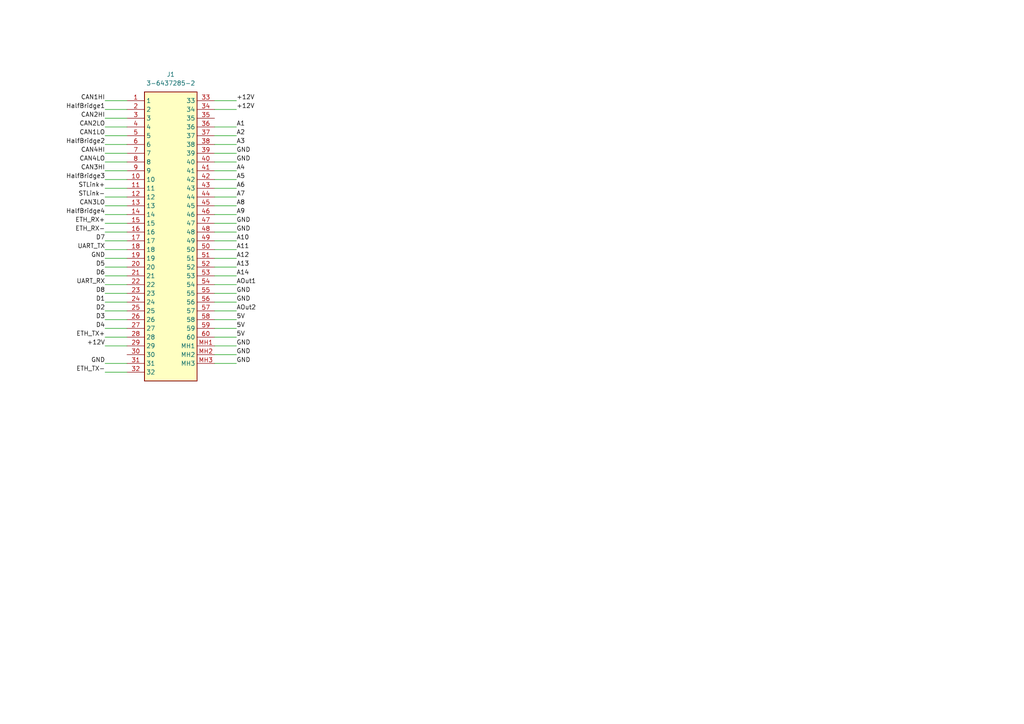
<source format=kicad_sch>
(kicad_sch (version 20250114) (generator "eeschema") (generator_version "9.0")
  (paper "A4")
  (title_block (title "Connectors"))
  (lib_symbols
    (symbol "AMPSuperseal60pin:3-6437285-2"
      (property "Reference" "J" (at 21.59 7.62 0))
      (property "Value" "3-6437285-2" (at 21.59 5.08 0))
      (symbol "3-6437285-2_1_1"
        (rectangle (start 5.08 2.54) (end 20.32 -81.28) (stroke (width 0.254)) (fill (type background)))
        (pin passive line (at 0 0 0) (length 5.08) (name "1") (number "1"))
        (pin passive line (at 0 -2.54 0) (length 5.08) (name "2") (number "2"))
        (pin passive line (at 0 -5.08 0) (length 5.08) (name "3") (number "3"))
        (pin passive line (at 0 -7.62 0) (length 5.08) (name "4") (number "4"))
        (pin passive line (at 0 -10.16 0) (length 5.08) (name "5") (number "5"))
        (pin passive line (at 0 -12.7 0) (length 5.08) (name "6") (number "6"))
        (pin passive line (at 0 -15.24 0) (length 5.08) (name "7") (number "7"))
        (pin passive line (at 0 -17.78 0) (length 5.08) (name "8") (number "8"))
        (pin passive line (at 0 -20.32 0) (length 5.08) (name "9") (number "9"))
        (pin passive line (at 0 -22.86 0) (length 5.08) (name "10") (number "10"))
        (pin passive line (at 0 -25.4 0) (length 5.08) (name "11") (number "11"))
        (pin passive line (at 0 -27.94 0) (length 5.08) (name "12") (number "12"))
        (pin passive line (at 0 -30.48 0) (length 5.08) (name "13") (number "13"))
        (pin passive line (at 0 -33.02 0) (length 5.08) (name "14") (number "14"))
        (pin passive line (at 0 -35.56 0) (length 5.08) (name "15") (number "15"))
        (pin passive line (at 0 -38.1 0) (length 5.08) (name "16") (number "16"))
        (pin passive line (at 0 -40.64 0) (length 5.08) (name "17") (number "17"))
        (pin passive line (at 0 -43.18 0) (length 5.08) (name "18") (number "18"))
        (pin passive line (at 0 -45.72 0) (length 5.08) (name "19") (number "19"))
        (pin passive line (at 0 -48.26 0) (length 5.08) (name "20") (number "20"))
        (pin passive line (at 0 -50.8 0) (length 5.08) (name "21") (number "21"))
        (pin passive line (at 0 -53.34 0) (length 5.08) (name "22") (number "22"))
        (pin passive line (at 0 -55.88 0) (length 5.08) (name "23") (number "23"))
        (pin passive line (at 0 -58.42 0) (length 5.08) (name "24") (number "24"))
        (pin passive line (at 0 -60.96 0) (length 5.08) (name "25") (number "25"))
        (pin passive line (at 0 -63.5 0) (length 5.08) (name "26") (number "26"))
        (pin passive line (at 0 -66.04 0) (length 5.08) (name "27") (number "27"))
        (pin passive line (at 0 -68.58 0) (length 5.08) (name "28") (number "28"))
        (pin passive line (at 0 -71.12 0) (length 5.08) (name "29") (number "29"))
        (pin passive line (at 0 -73.66 0) (length 5.08) (name "30") (number "30"))
        (pin passive line (at 0 -76.2 0) (length 5.08) (name "31") (number "31"))
        (pin passive line (at 0 -78.74 0) (length 5.08) (name "32") (number "32"))
        (pin passive line (at 25.4 0 180) (length 5.08) (name "33") (number "33"))
        (pin passive line (at 25.4 -2.54 180) (length 5.08) (name "34") (number "34"))
        (pin passive line (at 25.4 -5.08 180) (length 5.08) (name "35") (number "35"))
        (pin passive line (at 25.4 -7.62 180) (length 5.08) (name "36") (number "36"))
        (pin passive line (at 25.4 -10.16 180) (length 5.08) (name "37") (number "37"))
        (pin passive line (at 25.4 -12.7 180) (length 5.08) (name "38") (number "38"))
        (pin passive line (at 25.4 -15.24 180) (length 5.08) (name "39") (number "39"))
        (pin passive line (at 25.4 -17.78 180) (length 5.08) (name "40") (number "40"))
        (pin passive line (at 25.4 -20.32 180) (length 5.08) (name "41") (number "41"))
        (pin passive line (at 25.4 -22.86 180) (length 5.08) (name "42") (number "42"))
        (pin passive line (at 25.4 -25.4 180) (length 5.08) (name "43") (number "43"))
        (pin passive line (at 25.4 -27.94 180) (length 5.08) (name "44") (number "44"))
        (pin passive line (at 25.4 -30.48 180) (length 5.08) (name "45") (number "45"))
        (pin passive line (at 25.4 -33.02 180) (length 5.08) (name "46") (number "46"))
        (pin passive line (at 25.4 -35.56 180) (length 5.08) (name "47") (number "47"))
        (pin passive line (at 25.4 -38.1 180) (length 5.08) (name "48") (number "48"))
        (pin passive line (at 25.4 -40.64 180) (length 5.08) (name "49") (number "49"))
        (pin passive line (at 25.4 -43.18 180) (length 5.08) (name "50") (number "50"))
        (pin passive line (at 25.4 -45.72 180) (length 5.08) (name "51") (number "51"))
        (pin passive line (at 25.4 -48.26 180) (length 5.08) (name "52") (number "52"))
        (pin passive line (at 25.4 -50.8 180) (length 5.08) (name "53") (number "53"))
        (pin passive line (at 25.4 -53.34 180) (length 5.08) (name "54") (number "54"))
        (pin passive line (at 25.4 -55.88 180) (length 5.08) (name "55") (number "55"))
        (pin passive line (at 25.4 -58.42 180) (length 5.08) (name "56") (number "56"))
        (pin passive line (at 25.4 -60.96 180) (length 5.08) (name "57") (number "57"))
        (pin passive line (at 25.4 -63.5 180) (length 5.08) (name "58") (number "58"))
        (pin passive line (at 25.4 -66.04 180) (length 5.08) (name "59") (number "59"))
        (pin passive line (at 25.4 -68.58 180) (length 5.08) (name "60") (number "60"))
        (pin passive line (at 25.4 -71.12 180) (length 5.08) (name "MH1") (number "MH1"))
        (pin passive line (at 25.4 -73.66 180) (length 5.08) (name "MH2") (number "MH2"))
        (pin passive line (at 25.4 -76.2 180) (length 5.08) (name "MH3") (number "MH3"))
      )
    )
  )
  (wire (pts (xy 30.48 34.29) (xy 36.83 34.29)))
  (wire (pts (xy 68.58 57.15) (xy 62.23 57.15)))
  (wire (pts (xy 30.48 64.77) (xy 36.83 64.77)))
  (wire (pts (xy 30.48 107.95) (xy 36.83 107.95)))
  (wire (pts (xy 30.48 80.01) (xy 36.83 80.01)))
  (wire (pts (xy 30.48 82.55) (xy 36.83 82.55)))
  (wire (pts (xy 68.58 41.91) (xy 62.23 41.91)))
  (wire (pts (xy 30.48 52.07) (xy 36.83 52.07)))
  (wire (pts (xy 30.48 95.25) (xy 36.83 95.25)))
  (wire (pts (xy 30.48 100.33) (xy 36.83 100.33)))
  (wire (pts (xy 30.48 85.09) (xy 36.83 85.09)))
  (wire (pts (xy 30.48 74.93) (xy 36.83 74.93)))
  (wire (pts (xy 68.58 97.79) (xy 62.23 97.79)))
  (wire (pts (xy 30.48 54.61) (xy 36.83 54.61)))
  (wire (pts (xy 68.58 77.47) (xy 62.23 77.47)))
  (wire (pts (xy 68.58 72.39) (xy 62.23 72.39)))
  (wire (pts (xy 68.58 82.55) (xy 62.23 82.55)))
  (wire (pts (xy 30.48 77.47) (xy 36.83 77.47)))
  (wire (pts (xy 68.58 92.71) (xy 62.23 92.71)))
  (wire (pts (xy 30.48 39.37) (xy 36.83 39.37)))
  (wire (pts (xy 30.48 57.15) (xy 36.83 57.15)))
  (wire (pts (xy 30.48 72.39) (xy 36.83 72.39)))
  (wire (pts (xy 62.23 44.45) (xy 68.58 44.45)))
  (wire (pts (xy 62.23 29.21) (xy 68.58 29.21)))
  (wire (pts (xy 30.48 31.75) (xy 36.83 31.75)))
  (wire (pts (xy 62.23 85.09) (xy 68.58 85.09)))
  (wire (pts (xy 68.58 36.83) (xy 62.23 36.83)))
  (wire (pts (xy 30.48 36.83) (xy 36.83 36.83)))
  (wire (pts (xy 68.58 69.85) (xy 62.23 69.85)))
  (wire (pts (xy 68.58 102.87) (xy 62.23 102.87)))
  (wire (pts (xy 68.58 80.01) (xy 62.23 80.01)))
  (wire (pts (xy 30.48 105.41) (xy 36.83 105.41)))
  (wire (pts (xy 30.48 44.45) (xy 36.83 44.45)))
  (wire (pts (xy 68.58 59.69) (xy 62.23 59.69)))
  (wire (pts (xy 30.48 59.69) (xy 36.83 59.69)))
  (wire (pts (xy 68.58 74.93) (xy 62.23 74.93)))
  (wire (pts (xy 68.58 100.33) (xy 62.23 100.33)))
  (wire (pts (xy 30.48 97.79) (xy 36.83 97.79)))
  (wire (pts (xy 30.48 67.31) (xy 36.83 67.31)))
  (wire (pts (xy 30.48 87.63) (xy 36.83 87.63)))
  (wire (pts (xy 62.23 31.75) (xy 68.58 31.75)))
  (wire (pts (xy 30.48 90.17) (xy 36.83 90.17)))
  (wire (pts (xy 68.58 49.53) (xy 62.23 49.53)))
  (wire (pts (xy 30.48 62.23) (xy 36.83 62.23)))
  (wire (pts (xy 30.48 41.91) (xy 36.83 41.91)))
  (wire (pts (xy 68.58 90.17) (xy 62.23 90.17)))
  (wire (pts (xy 30.48 46.99) (xy 36.83 46.99)))
  (wire (pts (xy 62.23 87.63) (xy 68.58 87.63)))
  (wire (pts (xy 30.48 29.21) (xy 36.83 29.21)))
  (wire (pts (xy 68.58 39.37) (xy 62.23 39.37)))
  (wire (pts (xy 62.23 64.77) (xy 68.58 64.77)))
  (wire (pts (xy 30.48 69.85) (xy 36.83 69.85)))
  (wire (pts (xy 68.58 95.25) (xy 62.23 95.25)))
  (wire (pts (xy 30.48 92.71) (xy 36.83 92.71)))
  (wire (pts (xy 30.48 49.53) (xy 36.83 49.53)))
  (wire (pts (xy 68.58 52.07) (xy 62.23 52.07)))
  (wire (pts (xy 68.58 105.41) (xy 62.23 105.41)))
  (wire (pts (xy 62.23 46.99) (xy 68.58 46.99)))
  (wire (pts (xy 68.58 62.23) (xy 62.23 62.23)))
  (wire (pts (xy 68.58 54.61) (xy 62.23 54.61)))
  (wire (pts (xy 62.23 67.31) (xy 68.58 67.31)))
  (label "ETH_RX-" (at 30.48 67.31 180))
  (label "A4" (at 68.58 49.53 0))
  (label "+12V" (at 68.58 29.21 0))
  (label "CAN4HI" (at 30.48 44.45 180))
  (label "A2" (at 68.58 39.37 0))
  (label "5V" (at 68.58 97.79 0))
  (label "STLink+" (at 30.48 54.61 180))
  (label "A8" (at 68.58 59.69 0))
  (label "GND" (at 68.58 64.77 0))
  (label "+12V" (at 68.58 31.75 0))
  (label "A7" (at 68.58 57.15 0))
  (label "GND" (at 68.58 105.41 0))
  (label "D6" (at 30.48 80.01 180))
  (label "GND" (at 68.58 100.33 0))
  (label "ETH_TX-" (at 30.48 107.95 180))
  (label "GND" (at 68.58 67.31 0))
  (label "CAN3LO" (at 30.48 59.69 180))
  (label "GND" (at 68.58 44.45 0))
  (label "GND" (at 68.58 87.63 0))
  (label "CAN4LO" (at 30.48 46.99 180))
  (label "CAN3HI" (at 30.48 49.53 180))
  (label "UART_TX" (at 30.48 72.39 180))
  (label "HalfBridge1" (at 30.48 31.75 180))
  (label "GND" (at 68.58 102.87 0))
  (label "D2" (at 30.48 90.17 180))
  (label "D4" (at 30.48 95.25 180))
  (label "D8" (at 30.48 85.09 180))
  (label "D3" (at 30.48 92.71 180))
  (label "GND" (at 30.48 74.93 180))
  (label "A1" (at 68.58 36.83 0))
  (label "CAN1HI" (at 30.48 29.21 180))
  (label "D1" (at 30.48 87.63 180))
  (label "A3" (at 68.58 41.91 0))
  (label "5V" (at 68.58 92.71 0))
  (label "A9" (at 68.58 62.23 0))
  (label "STLink-" (at 30.48 57.15 180))
  (label "5V" (at 68.58 95.25 0))
  (label "A5" (at 68.58 52.07 0))
  (label "CAN2LO" (at 30.48 36.83 180))
  (label "ETH_TX+" (at 30.48 97.79 180))
  (label "D5" (at 30.48 77.47 180))
  (label "HalfBridge2" (at 30.48 41.91 180))
  (label "CAN2HI" (at 30.48 34.29 180))
  (label "ETH_RX+" (at 30.48 64.77 180))
  (label "A10" (at 68.58 69.85 0))
  (label "GND" (at 30.48 105.41 180))
  (label "+12V" (at 30.48 100.33 180))
  (label "HalfBridge3" (at 30.48 52.07 180))
  (label "A6" (at 68.58 54.61 0))
  (label "A11" (at 68.58 72.39 0))
  (label "A13" (at 68.58 77.47 0))
  (label "A12" (at 68.58 74.93 0))
  (label "HalfBridge4" (at 30.48 62.23 180))
  (label "AOut1" (at 68.58 82.55 0))
  (label "A14" (at 68.58 80.01 0))
  (label "D7" (at 30.48 69.85 180))
  (label "GND" (at 68.58 85.09 0))
  (label "GND" (at 68.58 46.99 0))
  (label "CAN1LO" (at 30.48 39.37 180))
  (label "UART_RX" (at 30.48 82.55 180))
  (label "AOut2" (at 68.58 90.17 0))
  (symbol (lib_id "AMPSuperseal60pin:3-6437285-2") (at 36.83 29.21 0) (unit 1)
    (property "Reference" "J1" (at 49.53 21.59 0))
    (property "Value" "3-6437285-2" (at 49.53 24.13 0))
    (property "Footprint" "AMPSuperseal60pin:364372852" (effects (hide yes)))
    (property "Datasheet" "https://www.te.com/commerce/DocumentDelivery/DDEController?Action=srchrtrv&DocNm=1-1773950-7&DocType=Data%20Sheet&DocLang=English&PartCntxt=3-6437285-2&DocFormat=pdf" (effects (hide yes)))
    (property "Description" "Body Features: Primary Product Color Black | Configuration Features: Number of Positions 60 | Number of Rows 4 | Number of Signal Positions 60 | PCB Mount Orientation Horizontal | Contact Features: Contact Type Pin | Mating Pin Diameter .039 INCH | Mating Pin Diameter 1 MM | Contact Mating Area Plating Material Gold | Contact Size 1mm | Dimensions: Profile Height from PCB 21.4 MM | Profile Height from PCB .843 INCH | Connector Width 23 MM | Connector Width .906 INCH | Connector Length 78 MM | Connector Leng" (effects (hide yes)))
    (property "Height" "28.45" (effects (hide yes)))
    (property "Manufacturer_Name" "TE Connectivity" (effects (hide yes)))
    (property "Manufacturer_Part_Number" "3-6437285-2" (effects (hide yes)))
    (property "Mouser Part Number" "571-3-6437285-2" (effects (hide yes)))
    (property "Mouser Price/Stock" "https://www.mouser.co.uk/ProductDetail/TE-Connectivity-AMP/3-6437285-2?qs=XhI5AayaxxX4e1X45XEdGg%3D%3D" (effects (hide yes)))
    (property "Arrow Part Number" "3-6437285-2" (effects (hide yes)))
    (property "Arrow Price/Stock" "https://www.arrow.com/en/products/3-6437285-2/te-connectivity?utm_currency=USD&region=nac" (effects (hide yes)))
  )
)
</source>
